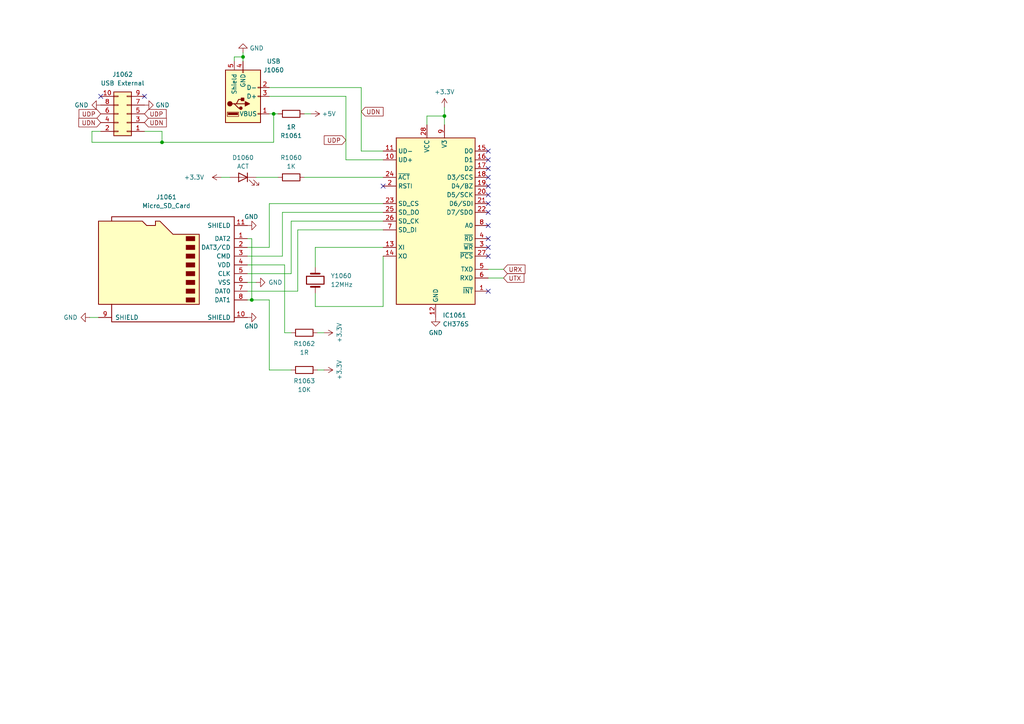
<source format=kicad_sch>
(kicad_sch (version 20211123) (generator eeschema)
  (paper "A4")
  (lib_symbols
    (symbol "Connector:USB_A" (pin_names (offset 1.016))
      (property "Reference" "J" (at -5.08 11.43 0))
      (property "Value" "USB_A" (at -5.08 8.89 0))
      (symbol "USB_A_0_1"
        (rectangle (start -5.08 -7.62) (end 5.08 7.62) (stroke (width 0.254)) (fill (type background)))
        (circle (center -3.81 2.159) (radius 0.635) (stroke (width 0.254)) (fill (type outline)))
        (rectangle (start -1.524 4.826) (end -4.318 5.334) (fill (type outline)))
        (rectangle (start -1.27 4.572) (end -4.572 5.842))
        (circle (center -0.635 3.429) (radius 0.381) (stroke (width 0.254)) (fill (type outline)))
        (rectangle (start -0.127 -7.62) (end 0.127 -6.858))
        (polyline (pts (xy -3.175 2.159) (xy -2.54 2.159) (xy -1.27 3.429) (xy -0.635 3.429)) (stroke (width 0.254)))
        (polyline (pts (xy -2.54 2.159) (xy -1.905 2.159) (xy -1.27 0.889) (xy 0 0.889)) (stroke (width 0.254)))
        (polyline (pts (xy 0.635 2.794) (xy 0.635 1.524) (xy 1.905 2.159) (xy 0.635 2.794)) (stroke (width 0.254)) (fill (type outline)))
        (rectangle (start 0.254 1.27) (end -0.508 0.508) (stroke (width 0.254)) (fill (type outline)))
        (rectangle (start 5.08 -2.667) (end 4.318 -2.413))
        (rectangle (start 5.08 -0.127) (end 4.318 0.127))
        (rectangle (start 5.08 4.953) (end 4.318 5.207))
      )
      (symbol "USB_A_1_1"
        (polyline (pts (xy -1.905 2.159) (xy 0.635 2.159)) (stroke (width 0.254)))
        (pin power_in line (at 7.62 5.08 180) (length 2.54) (name "VBUS") (number "1"))
        (pin bidirectional line (at 7.62 -2.54 180) (length 2.54) (name "D-") (number "2"))
        (pin bidirectional line (at 7.62 0 180) (length 2.54) (name "D+") (number "3"))
        (pin power_in line (at 0 -10.16 90) (length 2.54) (name "GND") (number "4"))
        (pin passive line (at -2.54 -10.16 90) (length 2.54) (name "Shield") (number "5"))
      )
    )
    (symbol "Connector_Generic:Conn_02x05_Odd_Even" (pin_names (offset 1.016) hide)
      (property "Reference" "J" (at 1.27 7.62 0))
      (property "Value" "Conn_02x05_Odd_Even" (at 1.27 -7.62 0))
      (symbol "Conn_02x05_Odd_Even_1_1"
        (rectangle (start -1.27 -4.953) (end 0 -5.207) (stroke (width 0.1524)))
        (rectangle (start -1.27 -2.413) (end 0 -2.667) (stroke (width 0.1524)))
        (rectangle (start -1.27 0.127) (end 0 -0.127) (stroke (width 0.1524)))
        (rectangle (start -1.27 2.667) (end 0 2.413) (stroke (width 0.1524)))
        (rectangle (start -1.27 5.207) (end 0 4.953) (stroke (width 0.1524)))
        (rectangle (start -1.27 6.35) (end 3.81 -6.35) (stroke (width 0.254)) (fill (type background)))
        (rectangle (start 3.81 -4.953) (end 2.54 -5.207) (stroke (width 0.1524)))
        (rectangle (start 3.81 -2.413) (end 2.54 -2.667) (stroke (width 0.1524)))
        (rectangle (start 3.81 0.127) (end 2.54 -0.127) (stroke (width 0.1524)))
        (rectangle (start 3.81 2.667) (end 2.54 2.413) (stroke (width 0.1524)))
        (rectangle (start 3.81 5.207) (end 2.54 4.953) (stroke (width 0.1524)))
        (pin passive line (at -5.08 5.08 0) (length 3.81) (name "Pin_1") (number "1"))
        (pin passive line (at 7.62 -5.08 180) (length 3.81) (name "Pin_10") (number "10"))
        (pin passive line (at 7.62 5.08 180) (length 3.81) (name "Pin_2") (number "2"))
        (pin passive line (at -5.08 2.54 0) (length 3.81) (name "Pin_3") (number "3"))
        (pin passive line (at 7.62 2.54 180) (length 3.81) (name "Pin_4") (number "4"))
        (pin passive line (at -5.08 0 0) (length 3.81) (name "Pin_5") (number "5"))
        (pin passive line (at 7.62 0 180) (length 3.81) (name "Pin_6") (number "6"))
        (pin passive line (at -5.08 -2.54 0) (length 3.81) (name "Pin_7") (number "7"))
        (pin passive line (at 7.62 -2.54 180) (length 3.81) (name "Pin_8") (number "8"))
        (pin passive line (at -5.08 -5.08 0) (length 3.81) (name "Pin_9") (number "9"))
      )
    )
    (symbol "Device:Crystal" (pin_numbers hide) (pin_names (offset 1.016) hide)
      (property "Reference" "Y" (at 0 3.81 0))
      (property "Value" "Crystal" (at 0 -3.81 0))
      (symbol "Crystal_0_1"
        (rectangle (start -1.143 2.54) (end 1.143 -2.54) (stroke (width 0.3048)))
        (polyline (pts (xy -2.54 0) (xy -1.905 0)))
        (polyline (pts (xy -1.905 -1.27) (xy -1.905 1.27)) (stroke (width 0.508)))
        (polyline (pts (xy 1.905 -1.27) (xy 1.905 1.27)) (stroke (width 0.508)))
        (polyline (pts (xy 2.54 0) (xy 1.905 0)))
      )
      (symbol "Crystal_1_1"
        (pin passive line (at -3.81 0 0) (length 1.27) (name "1") (number "1"))
        (pin passive line (at 3.81 0 180) (length 1.27) (name "2") (number "2"))
      )
    )
    (symbol "Device:LED" (pin_numbers hide) (pin_names (offset 1.016) hide)
      (property "Reference" "D" (at 0 2.54 0))
      (property "Value" "LED" (at 0 -2.54 0))
      (symbol "LED_0_1"
        (polyline (pts (xy -1.27 -1.27) (xy -1.27 1.27)) (stroke (width 0.254)))
        (polyline (pts (xy -1.27 0) (xy 1.27 0)))
        (polyline (pts (xy 1.27 -1.27) (xy 1.27 1.27) (xy -1.27 0) (xy 1.27 -1.27)) (stroke (width 0.254)))
        (polyline (pts (xy -3.048 -0.762) (xy -4.572 -2.286) (xy -3.81 -2.286) (xy -4.572 -2.286) (xy -4.572 -1.524)))
        (polyline (pts (xy -1.778 -0.762) (xy -3.302 -2.286) (xy -2.54 -2.286) (xy -3.302 -2.286) (xy -3.302 -1.524)))
      )
      (symbol "LED_1_1"
        (pin passive line (at -3.81 0 0) (length 2.54) (name "K") (number "1"))
        (pin passive line (at 3.81 0 180) (length 2.54) (name "A") (number "2"))
      )
    )
    (symbol "Device:R" (pin_numbers hide) (pin_names (offset 0))
      (property "Reference" "R" (at 2.032 0 90))
      (property "Value" "R" (at 0 0 90))
      (symbol "R_0_1"
        (rectangle (start -1.016 -2.54) (end 1.016 2.54) (stroke (width 0.254)))
      )
      (symbol "R_1_1"
        (pin passive line (at 0 3.81 270) (length 1.27) (name "~") (number "1"))
        (pin passive line (at 0 -3.81 90) (length 1.27) (name "~") (number "2"))
      )
    )
    (symbol "USIfACII:CH376S"
      (property "Reference" "U" (at -11.43 24.13 0))
      (property "Value" "CH376S" (at 3.81 24.13 0))
      (symbol "CH376S_0_1"
        (rectangle (start -11.43 22.86) (end 11.43 -25.4) (stroke (width 0.254)) (fill (type background)))
      )
      (symbol "CH376S_1_1"
        (pin output line (at 15.24 -21.59 180) (length 3.81) (name "~{INT}") (number "1"))
        (pin bidirectional line (at -15.24 16.51 0) (length 3.81) (name "UD+") (number "10"))
        (pin bidirectional line (at -15.24 19.05 0) (length 3.81) (name "UD-") (number "11"))
        (pin power_in line (at 0 -29.21 90) (length 3.81) (name "GND") (number "12"))
        (pin input line (at -15.24 -8.89 0) (length 3.81) (name "XI") (number "13"))
        (pin output line (at -15.24 -11.43 0) (length 3.81) (name "XO") (number "14"))
        (pin passive line (at 15.24 19.05 180) (length 3.81) (name "D0") (number "15"))
        (pin passive line (at 15.24 16.51 180) (length 3.81) (name "D1") (number "16"))
        (pin passive line (at 15.24 13.97 180) (length 3.81) (name "D2") (number "17"))
        (pin passive line (at 15.24 11.43 180) (length 3.81) (name "D3/SCS") (number "18"))
        (pin passive line (at 15.24 8.89 180) (length 3.81) (name "D4/BZ") (number "19"))
        (pin input line (at -15.24 8.89 0) (length 3.81) (name "RSTI") (number "2"))
        (pin passive line (at 15.24 6.35 180) (length 3.81) (name "D5/SCK") (number "20"))
        (pin passive line (at 15.24 3.81 180) (length 3.81) (name "D6/SDI") (number "21"))
        (pin passive line (at 15.24 1.27 180) (length 3.81) (name "D7/SDO") (number "22"))
        (pin open_collector line (at -15.24 3.81 0) (length 3.81) (name "SD_CS") (number "23"))
        (pin passive line (at -15.24 11.43 0) (length 3.81) (name "~{ACT}") (number "24"))
        (pin output line (at -15.24 1.27 0) (length 3.81) (name "SD_DO") (number "25"))
        (pin output line (at -15.24 -1.27 0) (length 3.81) (name "SD_CK") (number "26"))
        (pin passive line (at 15.24 -11.43 180) (length 3.81) (name "~{PCS}") (number "27"))
        (pin power_in line (at -2.54 26.67 270) (length 3.81) (name "VCC") (number "28"))
        (pin input line (at 15.24 -8.89 180) (length 3.81) (name "~{WR}") (number "3"))
        (pin input line (at 15.24 -6.35 180) (length 3.81) (name "~{RD}") (number "4"))
        (pin passive line (at 15.24 -15.24 180) (length 3.81) (name "TXD") (number "5"))
        (pin passive line (at 15.24 -17.78 180) (length 3.81) (name "RXD") (number "6"))
        (pin input line (at -15.24 -3.81 0) (length 3.81) (name "SD_DI") (number "7"))
        (pin input line (at 15.24 -2.54 180) (length 3.81) (name "A0") (number "8"))
        (pin passive line (at 2.54 26.67 270) (length 3.81) (name "V3") (number "9"))
      )
    )
    (symbol "USIfACII:Micro_SD_Card_ExtraSheild" (pin_names (offset 1.016))
      (property "Reference" "J1061" (at -0.635 19.685 0))
      (property "Value" "Micro_SD_Card_ExtraSheild" (at -0.635 17.145 0))
      (symbol "Micro_SD_Card_ExtraSheild_0_1"
        (rectangle (start -7.62 -9.525) (end -5.08 -10.795) (fill (type outline)))
        (rectangle (start -7.62 -6.985) (end -5.08 -8.255) (fill (type outline)))
        (rectangle (start -7.62 -4.445) (end -5.08 -5.715) (fill (type outline)))
        (rectangle (start -7.62 -1.905) (end -5.08 -3.175) (fill (type outline)))
        (rectangle (start -7.62 0.635) (end -5.08 -0.635) (fill (type outline)))
        (rectangle (start -7.62 3.175) (end -5.08 1.905) (fill (type outline)))
        (rectangle (start -7.62 5.715) (end -5.08 4.445) (fill (type outline)))
        (rectangle (start -7.62 8.255) (end -5.08 6.985) (fill (type outline)))
        (polyline (pts (xy 16.51 12.7) (xy 16.51 13.97) (xy -19.05 13.97) (xy -19.05 -16.51) (xy 16.51 -16.51) (xy 16.51 -11.43)) (stroke (width 0.254)))
        (polyline (pts (xy -8.89 -11.43) (xy -8.89 8.89) (xy -1.27 8.89) (xy 2.54 12.7) (xy 3.81 12.7) (xy 3.81 11.43) (xy 6.35 11.43) (xy 7.62 12.7) (xy 20.32 12.7) (xy 20.32 -11.43) (xy -8.89 -11.43)) (stroke (width 0.254)) (fill (type background)))
      )
      (symbol "Micro_SD_Card_ExtraSheild_1_1"
        (pin bidirectional line (at -22.86 7.62 0) (length 3.81) (name "DAT2") (number "1"))
        (pin passive line (at -22.86 -15.24 0) (length 3.81) (name "SHIELD") (number "10"))
        (pin passive line (at -22.86 11.43 0) (length 3.81) (name "SHIELD") (number "11"))
        (pin bidirectional line (at -22.86 5.08 0) (length 3.81) (name "DAT3/CD") (number "2"))
        (pin input line (at -22.86 2.54 0) (length 3.81) (name "CMD") (number "3"))
        (pin power_in line (at -22.86 0 0) (length 3.81) (name "VDD") (number "4"))
        (pin input line (at -22.86 -2.54 0) (length 3.81) (name "CLK") (number "5"))
        (pin power_in line (at -22.86 -5.08 0) (length 3.81) (name "VSS") (number "6"))
        (pin bidirectional line (at -22.86 -7.62 0) (length 3.81) (name "DAT0") (number "7"))
        (pin bidirectional line (at -22.86 -10.16 0) (length 3.81) (name "DAT1") (number "8"))
        (pin passive line (at 20.32 -15.24 180) (length 3.81) (name "SHIELD") (number "9"))
      )
    )
    (symbol "power:+3.3V" (power) (pin_names (offset 0))
      (property "Value" "+3.3V" (at 0 3.556 0))
      (symbol "+3.3V_0_1"
        (polyline (pts (xy -0.762 1.27) (xy 0 2.54)))
        (polyline (pts (xy 0 0) (xy 0 2.54)))
        (polyline (pts (xy 0 2.54) (xy 0.762 1.27)))
      )
      (symbol "+3.3V_1_1"
        (pin power_in line (at 0 0 90) (length 0) hide (name "+3.3V") (number "1"))
      )
    )
    (symbol "power:+5V" (power) (pin_names (offset 0))
      (property "Value" "+5V" (at 0 3.556 0))
      (symbol "+5V_0_1"
        (polyline (pts (xy -0.762 1.27) (xy 0 2.54)))
        (polyline (pts (xy 0 0) (xy 0 2.54)))
        (polyline (pts (xy 0 2.54) (xy 0.762 1.27)))
      )
      (symbol "+5V_1_1"
        (pin power_in line (at 0 0 90) (length 0) hide (name "+5V") (number "1"))
      )
    )
    (symbol "power:GND" (power) (pin_names (offset 0))
      (property "Value" "GND" (at 0 -3.81 0))
      (symbol "GND_0_1"
        (polyline (pts (xy 0 0) (xy 0 -1.27) (xy 1.27 -1.27) (xy 0 -2.54) (xy -1.27 -1.27) (xy 0 -1.27)))
      )
      (symbol "GND_1_1"
        (pin power_in line (at 0 0 270) (length 0) hide (name "GND") (number "1"))
      )
    )
  )
  (junction (at 79.375 33.02))
  (junction (at 73.025 86.995))
  (junction (at 46.99 41.275))
  (junction (at 128.905 33.655))
  (junction (at 70.485 16.51))
  (no_connect (at 29.21 27.94))
  (no_connect (at 41.91 27.94))
  (no_connect (at 111.125 53.975))
  (no_connect (at 141.605 74.295))
  (no_connect (at 141.605 71.755))
  (no_connect (at 141.605 69.215))
  (no_connect (at 141.605 65.405))
  (no_connect (at 141.605 84.455))
  (no_connect (at 141.605 61.595))
  (no_connect (at 141.605 59.055))
  (no_connect (at 141.605 56.515))
  (no_connect (at 141.605 53.975))
  (no_connect (at 141.605 51.435))
  (no_connect (at 141.605 48.895))
  (no_connect (at 141.605 46.355))
  (no_connect (at 141.605 43.815))
  (wire (pts (xy 70.485 15.24) (xy 70.485 16.51)))
  (wire (pts (xy 88.265 51.435) (xy 111.125 51.435)))
  (wire (pts (xy 71.755 74.295) (xy 81.915 74.295)))
  (wire (pts (xy 82.55 96.52) (xy 84.455 96.52)))
  (wire (pts (xy 91.44 85.09) (xy 91.44 88.9)))
  (wire (pts (xy 81.915 61.595) (xy 81.915 74.295)))
  (wire (pts (xy 81.915 61.595) (xy 111.125 61.595)))
  (wire (pts (xy 100.33 46.355) (xy 100.33 27.94)))
  (wire (pts (xy 71.755 71.755) (xy 78.105 71.755)))
  (wire (pts (xy 91.44 77.47) (xy 91.44 71.755)))
  (wire (pts (xy 71.755 86.995) (xy 73.025 86.995)))
  (wire (pts (xy 71.755 69.215) (xy 73.025 69.215)))
  (wire (pts (xy 46.99 38.1) (xy 46.99 41.275)))
  (wire (pts (xy 79.375 33.02) (xy 79.375 41.275)))
  (wire (pts (xy 78.105 86.995) (xy 78.105 107.315)))
  (wire (pts (xy 29.21 38.1) (xy 26.67 38.1)))
  (wire (pts (xy 78.105 71.755) (xy 78.105 59.055)))
  (wire (pts (xy 128.905 31.115) (xy 128.905 33.655)))
  (wire (pts (xy 93.98 96.52) (xy 92.075 96.52)))
  (wire (pts (xy 71.755 76.835) (xy 82.55 76.835)))
  (wire (pts (xy 74.295 81.915) (xy 71.755 81.915)))
  (wire (pts (xy 41.91 38.1) (xy 46.99 38.1)))
  (wire (pts (xy 73.025 86.995) (xy 78.105 86.995)))
  (wire (pts (xy 67.945 16.51) (xy 70.485 16.51)))
  (wire (pts (xy 104.775 43.815) (xy 104.775 25.4)))
  (wire (pts (xy 86.36 84.455) (xy 86.36 66.675)))
  (wire (pts (xy 90.17 33.02) (xy 88.265 33.02)))
  (wire (pts (xy 111.125 88.9) (xy 91.44 88.9)))
  (wire (pts (xy 104.775 25.4) (xy 78.105 25.4)))
  (wire (pts (xy 46.99 41.275) (xy 79.375 41.275)))
  (wire (pts (xy 79.375 33.02) (xy 78.105 33.02)))
  (wire (pts (xy 84.455 64.135) (xy 111.125 64.135)))
  (wire (pts (xy 111.125 74.295) (xy 111.125 88.9)))
  (wire (pts (xy 123.825 33.655) (xy 128.905 33.655)))
  (wire (pts (xy 84.455 79.375) (xy 84.455 64.135)))
  (wire (pts (xy 146.05 80.645) (xy 141.605 80.645)))
  (wire (pts (xy 73.025 69.215) (xy 73.025 86.995)))
  (wire (pts (xy 100.33 27.94) (xy 78.105 27.94)))
  (wire (pts (xy 93.98 107.315) (xy 92.075 107.315)))
  (wire (pts (xy 82.55 76.835) (xy 82.55 96.52)))
  (wire (pts (xy 80.645 33.02) (xy 79.375 33.02)))
  (wire (pts (xy 86.36 66.675) (xy 111.125 66.675)))
  (wire (pts (xy 71.755 84.455) (xy 86.36 84.455)))
  (wire (pts (xy 128.905 33.655) (xy 128.905 36.195)))
  (wire (pts (xy 146.05 78.105) (xy 141.605 78.105)))
  (wire (pts (xy 26.035 92.075) (xy 28.575 92.075)))
  (wire (pts (xy 111.125 43.815) (xy 104.775 43.815)))
  (wire (pts (xy 26.67 41.275) (xy 46.99 41.275)))
  (wire (pts (xy 91.44 71.755) (xy 111.125 71.755)))
  (wire (pts (xy 123.825 36.195) (xy 123.825 33.655)))
  (wire (pts (xy 71.755 79.375) (xy 84.455 79.375)))
  (wire (pts (xy 74.295 51.435) (xy 80.645 51.435)))
  (wire (pts (xy 67.945 17.78) (xy 67.945 16.51)))
  (wire (pts (xy 78.105 107.315) (xy 84.455 107.315)))
  (wire (pts (xy 70.485 16.51) (xy 70.485 17.78)))
  (wire (pts (xy 26.67 38.1) (xy 26.67 41.275)))
  (wire (pts (xy 64.135 51.435) (xy 66.675 51.435)))
  (wire (pts (xy 111.125 46.355) (xy 100.33 46.355)))
  (wire (pts (xy 78.105 59.055) (xy 111.125 59.055)))
  (global_label "UDP" (shape input) (at 41.91 33.02 0) (property "Intersheet References" "${INTERSHEET_REFS}" (effects hide)))
  (global_label "UDP" (shape input) (at 100.33 40.64 180) (property "Intersheet References" "${INTERSHEET_REFS}" (effects hide)))
  (global_label "UDP" (shape input) (at 29.21 33.02 180) (property "Intersheet References" "${INTERSHEET_REFS}" (effects hide)))
  (global_label "UDN" (shape input) (at 41.91 35.56 0) (property "Intersheet References" "${INTERSHEET_REFS}" (effects hide)))
  (global_label "UDN" (shape input) (at 104.775 32.385 0) (property "Intersheet References" "${INTERSHEET_REFS}" (effects hide)))
  (global_label "UTX" (shape input) (at 146.05 80.645 0) (property "Intersheet References" "${INTERSHEET_REFS}" (effects hide)))
  (global_label "URX" (shape input) (at 146.05 78.105 0) (property "Intersheet References" "${INTERSHEET_REFS}" (effects hide)))
  (global_label "UDN" (shape input) (at 29.21 35.56 180) (property "Intersheet References" "${INTERSHEET_REFS}" (effects hide)))
  (symbol (lib_id "power:GND") (at 41.91 30.48 90) (unit 1)
    (property "Reference" "#PWR0134" (effects hide))
    (property "Value" "GND" (at 45.085 30.4799 90) (effects (justify right)))
  )
  (symbol (lib_id "power:+5V") (at 90.17 33.02 270) (unit 1)
    (property "Reference" "#PWR0130" (effects hide))
    (property "Value" "+5V" (at 93.345 33.0199 90) (effects (justify left)))
  )
  (symbol (lib_id "Device:R") (at 84.455 51.435 90) (unit 1)
    (property "Reference" "R1060" (at 84.455 45.72 90))
    (property "Value" "1K" (at 84.455 48.26 90))
    (property "Footprint" "Resistor_SMD:R_0805_2012Metric" (effects hide))
  )
  (symbol (lib_id "power:GND") (at 126.365 92.075 0) (unit 1)
    (property "Reference" "#PWR0124" (effects hide))
    (property "Value" "GND" (at 126.365 96.52 0))
  )
  (symbol (lib_id "power:+3.3V") (at 128.905 31.115 0) (unit 1)
    (property "Reference" "#PWR0131" (effects hide))
    (property "Value" "+3.3V" (at 128.905 26.67 0))
  )
  (symbol (lib_id "power:GND") (at 74.295 81.915 90) (unit 1)
    (property "Reference" "#PWR0128" (effects hide))
    (property "Value" "GND" (at 81.915 81.915 90) (effects (justify left)))
  )
  (symbol (lib_id "power:+3.3V") (at 64.135 51.435 90) (unit 1)
    (property "Reference" "#PWR0126" (effects hide))
    (property "Value" "+3.3V" (at 53.34 51.435 90) (effects (justify right)))
  )
  (symbol (lib_id "Device:Crystal") (at 91.44 81.28 90) (unit 1)
    (property "Reference" "Y1060" (at 95.885 80.0099 90) (effects (justify right)))
    (property "Value" "12MHz" (at 95.885 82.5499 90) (effects (justify right)))
    (property "Footprint" "Crystal:Crystal_HC49-U_Vertical" (effects hide))
  )
  (symbol (lib_id "power:GND") (at 71.755 92.075 90) (unit 1)
    (property "Reference" "#PWR0132" (effects hide))
    (property "Value" "GND" (at 74.93 94.615 90) (effects (justify left)))
  )
  (symbol (lib_id "Device:R") (at 84.455 33.02 90) (mirror x) (unit 1)
    (property "Reference" "R1061" (at 84.455 39.37 90))
    (property "Value" "1R" (at 84.455 36.83 90))
    (property "Footprint" "Resistor_SMD:R_0805_2012Metric" (effects hide))
  )
  (symbol (lib_id "power:GND") (at 70.485 15.24 180) (unit 1)
    (property "Reference" "#PWR0127" (effects hide))
    (property "Value" "GND" (at 72.39 13.9699 0) (effects (justify right)))
  )
  (symbol (lib_id "Device:R") (at 88.265 107.315 90) (mirror x) (unit 1)
    (property "Reference" "R1063" (at 88.265 110.49 90))
    (property "Value" "10K" (at 88.265 113.03 90))
    (property "Footprint" "Resistor_SMD:R_0805_2012Metric" (effects hide))
  )
  (symbol (lib_id "Device:R") (at 88.265 96.52 90) (mirror x) (unit 1)
    (property "Reference" "R1062" (at 88.265 99.695 90))
    (property "Value" "1R" (at 88.265 102.235 90))
    (property "Footprint" "Resistor_SMD:R_0805_2012Metric" (effects hide))
  )
  (symbol (lib_id "Connector_Generic:Conn_02x05_Odd_Even") (at 36.83 33.02 180) (unit 1)
    (property "Reference" "J1062" (at 35.56 21.59 0))
    (property "Value" "USB External" (at 35.56 24.13 0))
    (property "Footprint" "Connector_PinSocket_2.54mm:PinSocket_2x05_P2.54mm_Horizontal" (effects hide))
  )
  (symbol (lib_id "Connector:USB_A") (at 70.485 27.94 0) (mirror x) (unit 1)
    (property "Reference" "J1060" (at 79.375 20.32 0))
    (property "Value" "USB" (at 79.375 17.78 0))
    (property "Footprint" "Connector_USB:USB_A_Molex_67643_Horizontal" (effects hide))
    (property "Datasheet" " ~" (effects hide))
  )
  (symbol (lib_id "power:GND") (at 29.21 30.48 270) (unit 1)
    (property "Reference" "#PWR0135" (effects hide))
    (property "Value" "GND" (at 21.59 30.48 90) (effects (justify left)))
  )
  (symbol (lib_id "power:+3.3V") (at 93.98 107.315 270) (unit 1)
    (property "Reference" "#PWR0125" (effects hide))
    (property "Value" "+3.3V" (at 98.425 107.315 0))
  )
  (symbol (lib_id "USIfACII:Micro_SD_Card_ExtraSheild") (at 48.895 76.835 0) (mirror y) (unit 1)
    (property "Reference" "J1061" (at 48.26 57.15 0))
    (property "Value" "Micro_SD_Card" (at 48.26 59.69 0))
    (property "Footprint" "Connector_Card:microSD_HC_Hirose_DM3AT-SF-PEJM5" (effects hide))
    (property "Datasheet" "http://katalog.we-online.de/em/datasheet/693072010801.pdf" (effects hide))
  )
  (symbol (lib_id "power:+3.3V") (at 93.98 96.52 270) (unit 1)
    (property "Reference" "#PWR0123" (effects hide))
    (property "Value" "+3.3V" (at 98.425 96.52 0))
  )
  (symbol (lib_id "USIfACII:CH376S") (at 126.365 62.865 0) (unit 1)
    (property "Reference" "IC1061" (at 128.3844 91.44 0) (effects (justify left)))
    (property "Value" "CH376S" (at 128.3844 93.98 0) (effects (justify left)))
    (property "Footprint" "Package_SO:SOIC-28W_7.5x17.9mm_P1.27mm" (effects hide))
  )
  (symbol (lib_id "power:GND") (at 26.035 92.075 270) (unit 1)
    (property "Reference" "#PWR0129" (effects hide))
    (property "Value" "GND" (at 18.415 92.075 90) (effects (justify left)))
  )
  (symbol (lib_id "power:GND") (at 71.755 65.405 90) (unit 1)
    (property "Reference" "#PWR0133" (effects hide))
    (property "Value" "GND" (at 74.93 62.865 90) (effects (justify left)))
  )
  (symbol (lib_id "Device:LED") (at 70.485 51.435 0) (mirror y) (unit 1)
    (property "Reference" "D1060" (at 70.485 45.72 0))
    (property "Value" "ACT" (at 70.485 48.26 0))
    (property "Footprint" "LED_SMD:LED_1206_3216Metric" (effects hide))
  )
)
</source>
